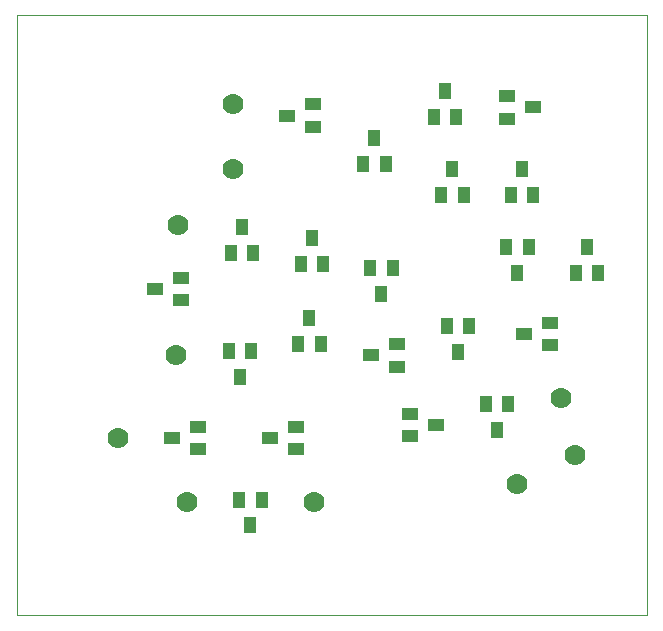
<source format=gtl>
G75*
%MOIN*%
%OFA0B0*%
%FSLAX25Y25*%
%IPPOS*%
%LPD*%
%AMOC8*
5,1,8,0,0,1.08239X$1,22.5*
%
%ADD10C,0.00472*%
%ADD11C,0.07000*%
%ADD12R,0.03937X0.05512*%
%ADD13R,0.05512X0.03937*%
D10*
X0001236Y0001236D02*
X0211236Y0001236D01*
X0211236Y0201236D01*
X0001236Y0201236D01*
X0001236Y0201236D01*
X0001236Y0001236D01*
D11*
X0057929Y0039031D03*
X0035094Y0060291D03*
X0054386Y0087850D03*
X0055173Y0131157D03*
X0073283Y0150055D03*
X0073283Y0171709D03*
X0182732Y0073677D03*
X0187457Y0054780D03*
X0168165Y0044937D03*
X0100449Y0039031D03*
D12*
X0082929Y0039819D03*
X0075449Y0039819D03*
X0079189Y0031157D03*
X0075646Y0080764D03*
X0079386Y0089425D03*
X0071906Y0089425D03*
X0095134Y0091787D03*
X0102614Y0091787D03*
X0098874Y0100449D03*
X0095921Y0118165D03*
X0103402Y0118165D03*
X0099661Y0126827D03*
X0080173Y0122102D03*
X0072693Y0122102D03*
X0076433Y0130764D03*
X0116787Y0151630D03*
X0124268Y0151630D03*
X0120528Y0160291D03*
X0140409Y0167378D03*
X0147890Y0167378D03*
X0144150Y0176039D03*
X0146512Y0150055D03*
X0150252Y0141394D03*
X0142772Y0141394D03*
X0164425Y0124071D03*
X0171906Y0124071D03*
X0168165Y0115409D03*
X0187654Y0115409D03*
X0195134Y0115409D03*
X0191394Y0124071D03*
X0173480Y0141394D03*
X0166000Y0141394D03*
X0169740Y0150055D03*
X0126630Y0116984D03*
X0119150Y0116984D03*
X0122890Y0108323D03*
X0144740Y0097693D03*
X0152220Y0097693D03*
X0148480Y0089031D03*
X0157732Y0071709D03*
X0165213Y0071709D03*
X0161472Y0063047D03*
D13*
X0141000Y0064622D03*
X0132339Y0060882D03*
X0132339Y0068362D03*
X0128008Y0084110D03*
X0128008Y0091591D03*
X0119346Y0087850D03*
X0094543Y0064031D03*
X0094543Y0056551D03*
X0085882Y0060291D03*
X0061866Y0056551D03*
X0061866Y0064031D03*
X0053205Y0060291D03*
X0055961Y0106157D03*
X0055961Y0113638D03*
X0047299Y0109898D03*
X0100055Y0164031D03*
X0100055Y0171512D03*
X0091394Y0167772D03*
X0164622Y0166787D03*
X0164622Y0174268D03*
X0173283Y0170528D03*
X0179189Y0098677D03*
X0179189Y0091197D03*
X0170528Y0094937D03*
M02*

</source>
